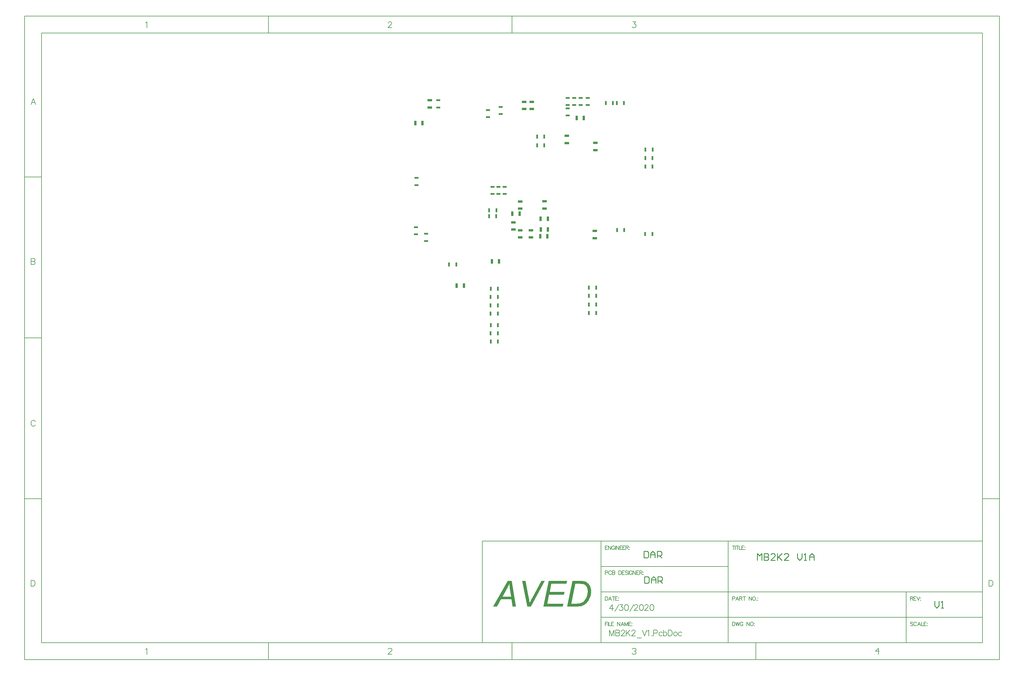
<source format=gbp>
G04*
G04 #@! TF.GenerationSoftware,Altium Limited,Altium Designer,20.0.14 (345)*
G04*
G04 Layer_Color=128*
%FSLAX44Y44*%
%MOMM*%
G71*
G01*
G75*
%ADD11C,0.2500*%
%ADD22C,0.1270*%
%ADD23C,0.1778*%
%ADD40R,0.7000X1.4000*%
%ADD41R,1.3000X0.6000*%
%ADD43R,1.4000X0.7000*%
%ADD44R,0.6000X1.3000*%
G36*
X410400Y-780000D02*
X399300D01*
X384600Y-703100D01*
X394500D01*
X403300Y-749000D01*
Y-749100D01*
X403400Y-749500D01*
X403500Y-750200D01*
X403700Y-751100D01*
X403900Y-752100D01*
X404100Y-753400D01*
X404400Y-754700D01*
X404700Y-756200D01*
X405200Y-759400D01*
X405800Y-762700D01*
X406200Y-766100D01*
X406400Y-767600D01*
X406600Y-769100D01*
X406700Y-769000D01*
X406800Y-768700D01*
X407100Y-768200D01*
X407400Y-767500D01*
X407800Y-766600D01*
X408300Y-765700D01*
X408800Y-764600D01*
X409400Y-763500D01*
X410600Y-761000D01*
X412000Y-758400D01*
X413300Y-755800D01*
X414500Y-753500D01*
X441900Y-703100D01*
X452400D01*
X410400Y-780000D01*
D02*
G37*
G36*
X561399Y-703200D02*
X563200Y-703300D01*
X565299Y-703400D01*
X567399Y-703600D01*
X569399Y-704000D01*
X571199Y-704400D01*
X571299D01*
X571499Y-704500D01*
X571799Y-704600D01*
X572299Y-704700D01*
X573399Y-705100D01*
X574899Y-705700D01*
X576599Y-706500D01*
X578399Y-707500D01*
X580199Y-708700D01*
X581899Y-710200D01*
X581999D01*
X582099Y-710400D01*
X582599Y-710900D01*
X583399Y-711800D01*
X584399Y-713000D01*
X585499Y-714500D01*
X586699Y-716300D01*
X587799Y-718300D01*
X588699Y-720600D01*
Y-720700D01*
X588799Y-720900D01*
X588899Y-721200D01*
X589099Y-721700D01*
X589199Y-722300D01*
X589399Y-723000D01*
X589599Y-723800D01*
X589899Y-724700D01*
X590299Y-726700D01*
X590599Y-729100D01*
X590899Y-731800D01*
X590999Y-734600D01*
Y-734700D01*
Y-735000D01*
Y-735500D01*
Y-736200D01*
X590899Y-737000D01*
Y-737900D01*
X590799Y-739000D01*
X590599Y-740200D01*
X590299Y-742800D01*
X589799Y-745600D01*
X589099Y-748600D01*
X588099Y-751500D01*
Y-751600D01*
X587999Y-751800D01*
X587799Y-752200D01*
X587599Y-752800D01*
X587299Y-753400D01*
X586999Y-754200D01*
X586099Y-756000D01*
X585099Y-758100D01*
X583799Y-760400D01*
X582399Y-762700D01*
X580799Y-764900D01*
Y-765000D01*
X580599Y-765200D01*
X580399Y-765500D01*
X579999Y-765900D01*
X579099Y-766900D01*
X577899Y-768200D01*
X576499Y-769700D01*
X574899Y-771200D01*
X573099Y-772700D01*
X571299Y-774000D01*
X571199D01*
X571099Y-774100D01*
X570799Y-774300D01*
X570399Y-774500D01*
X569399Y-775100D01*
X567999Y-775800D01*
X566300Y-776600D01*
X564300Y-777400D01*
X562099Y-778200D01*
X559599Y-778800D01*
X559399D01*
X559100Y-778900D01*
X558699Y-779000D01*
X558200Y-779100D01*
X557599Y-779200D01*
X556100Y-779400D01*
X554199Y-779600D01*
X552099Y-779800D01*
X549599Y-779900D01*
X546899Y-780000D01*
X519300D01*
X535299Y-703100D01*
X560600D01*
X561399Y-703200D01*
D02*
G37*
G36*
X517500Y-711800D02*
X471900D01*
X466900Y-735800D01*
X511600D01*
X509800Y-744500D01*
X465100D01*
X459500Y-771300D01*
X508100D01*
X506300Y-780000D01*
X447500D01*
X463600Y-703100D01*
X519300D01*
X517500Y-711800D01*
D02*
G37*
G36*
X365900Y-780000D02*
X355900D01*
X352200Y-757900D01*
X321100D01*
X308800Y-780000D01*
X297500D01*
X340900Y-703100D01*
X353200D01*
X365900Y-780000D01*
D02*
G37*
%LPC*%
G36*
X557399Y-711800D02*
X543699D01*
X531300Y-771300D01*
X545600D01*
X546399Y-771200D01*
X547399D01*
X548400Y-771100D01*
X550700Y-770900D01*
X553200Y-770700D01*
X555700Y-770300D01*
X558200Y-769800D01*
X558400D01*
X558899Y-769600D01*
X559599Y-769400D01*
X560499Y-769100D01*
X561600Y-768700D01*
X562700Y-768300D01*
X565000Y-767100D01*
X565200Y-767000D01*
X565600Y-766700D01*
X566300Y-766100D01*
X567199Y-765400D01*
X568299Y-764500D01*
X569399Y-763400D01*
X570599Y-762200D01*
X571799Y-760800D01*
Y-760700D01*
X571999Y-760600D01*
X572199Y-760300D01*
X572499Y-759900D01*
X573199Y-758800D01*
X574099Y-757400D01*
X575099Y-755700D01*
X576199Y-753700D01*
X577199Y-751500D01*
X578199Y-749100D01*
Y-749000D01*
X578299Y-748800D01*
X578399Y-748400D01*
X578599Y-747900D01*
X578799Y-747300D01*
X578999Y-746600D01*
X579199Y-745700D01*
X579399Y-744700D01*
X579799Y-742500D01*
X580199Y-740000D01*
X580499Y-737200D01*
X580599Y-734100D01*
Y-734000D01*
Y-733700D01*
Y-733200D01*
Y-732500D01*
X580499Y-731800D01*
X580399Y-730900D01*
X580199Y-728800D01*
X579799Y-726500D01*
X579199Y-724100D01*
X578399Y-721800D01*
X577899Y-720700D01*
X577299Y-719700D01*
Y-719600D01*
X577199Y-719500D01*
X576699Y-718900D01*
X575999Y-718000D01*
X574999Y-717000D01*
X573799Y-715900D01*
X572399Y-714800D01*
X570799Y-713800D01*
X568999Y-713100D01*
X568799Y-713000D01*
X568299Y-712900D01*
X567399Y-712700D01*
X566100Y-712400D01*
X564500Y-712200D01*
X562500Y-712000D01*
X560099Y-711900D01*
X557399Y-711800D01*
D02*
G37*
G36*
X345800Y-711500D02*
Y-711600D01*
X345700Y-711800D01*
X345500Y-712200D01*
X345300Y-712700D01*
X345000Y-713300D01*
X344700Y-714100D01*
X344300Y-715000D01*
X343900Y-716000D01*
X343400Y-717100D01*
X342800Y-718300D01*
X341500Y-720900D01*
X339900Y-723900D01*
X338100Y-727200D01*
X325500Y-750000D01*
X351000D01*
X348000Y-730700D01*
Y-730600D01*
X347900Y-730200D01*
X347800Y-729600D01*
X347700Y-728800D01*
X347600Y-727800D01*
X347400Y-726700D01*
X347200Y-725400D01*
X347100Y-724000D01*
X346700Y-721000D01*
X346300Y-717700D01*
X346000Y-714500D01*
X345800Y-711500D01*
D02*
G37*
%LPD*%
D11*
X1620069Y-763933D02*
Y-777262D01*
X1626734Y-783927D01*
X1633398Y-777262D01*
Y-763933D01*
X1640063Y-783927D02*
X1646727D01*
X1643395D01*
Y-763933D01*
X1640063Y-767266D01*
X751069Y-689933D02*
Y-709927D01*
X761066D01*
X764398Y-706595D01*
Y-693266D01*
X761066Y-689933D01*
X751069D01*
X771063Y-709927D02*
Y-696598D01*
X777727Y-689933D01*
X784392Y-696598D01*
Y-709927D01*
Y-699930D01*
X771063D01*
X791056Y-709927D02*
Y-689933D01*
X801053D01*
X804385Y-693266D01*
Y-699930D01*
X801053Y-703262D01*
X791056D01*
X797721D02*
X804385Y-709927D01*
X749069Y-613933D02*
Y-633927D01*
X759066D01*
X762398Y-630595D01*
Y-617266D01*
X759066Y-613933D01*
X749069D01*
X769063Y-633927D02*
Y-620598D01*
X775727Y-613933D01*
X782392Y-620598D01*
Y-633927D01*
Y-623930D01*
X769063D01*
X789056Y-633927D02*
Y-613933D01*
X799053D01*
X802385Y-617266D01*
Y-623930D01*
X799053Y-627262D01*
X789056D01*
X795721D02*
X802385Y-633927D01*
X1089069Y-640927D02*
Y-620933D01*
X1095733Y-627598D01*
X1102398Y-620933D01*
Y-640927D01*
X1109063Y-620933D02*
Y-640927D01*
X1119059D01*
X1122392Y-637595D01*
Y-634263D01*
X1119059Y-630930D01*
X1109063D01*
X1119059D01*
X1122392Y-627598D01*
Y-624266D01*
X1119059Y-620933D01*
X1109063D01*
X1142385Y-640927D02*
X1129056D01*
X1142385Y-627598D01*
Y-624266D01*
X1139053Y-620933D01*
X1132388D01*
X1129056Y-624266D01*
X1149050Y-620933D02*
Y-640927D01*
Y-634263D01*
X1162379Y-620933D01*
X1152382Y-630930D01*
X1162379Y-640927D01*
X1182372D02*
X1169043D01*
X1182372Y-627598D01*
Y-624266D01*
X1179040Y-620933D01*
X1172375D01*
X1169043Y-624266D01*
X1209030Y-620933D02*
Y-634263D01*
X1215695Y-640927D01*
X1222359Y-634263D01*
Y-620933D01*
X1229024Y-640927D02*
X1235688D01*
X1232356D01*
Y-620933D01*
X1229024Y-624266D01*
X1245685Y-640927D02*
Y-627598D01*
X1252350Y-620933D01*
X1259014Y-627598D01*
Y-640927D01*
Y-630930D01*
X1245685D01*
D22*
X1084129Y-939377D02*
Y-888577D01*
X1001579D02*
Y-736177D01*
X1534979Y-888577D02*
Y-736177D01*
X620579Y-888577D02*
Y-583777D01*
X1763579Y-888577D02*
Y-583777D01*
X1001579D02*
X1763579D01*
X1001579Y-736177D02*
Y-583777D01*
X620579D02*
X1001579D01*
X620579Y-736177D02*
X1763579D01*
X620579Y-812377D02*
X1763579D01*
X620579Y-888577D02*
X1763579D01*
X620579Y-659977D02*
X1001579D01*
X264979Y-583777D02*
X620579D01*
X264979Y-888577D02*
Y-583777D01*
Y-888577D02*
X620579D01*
X353879Y-939377D02*
Y-888577D01*
X-376371Y-939377D02*
Y-888577D01*
X-1106621Y-456777D02*
X-1055821D01*
X-1106621Y25823D02*
X-1055821D01*
X-1106621Y508423D02*
X-1055821D01*
X-1106621Y-939377D02*
Y991023D01*
X1763579Y-456777D02*
X1814379D01*
X353879Y940223D02*
Y991023D01*
X-376371Y940223D02*
Y991023D01*
X-1055821Y940223D02*
X1763579D01*
Y-888577D02*
Y940223D01*
X-1055821Y-888577D02*
X1763579D01*
X-1055821D02*
Y940223D01*
X-1106621Y991023D02*
X1814379D01*
Y-939377D02*
Y991023D01*
X-1106621Y-939377D02*
X1814379D01*
X1555297Y-827982D02*
X1554209Y-826894D01*
X1552576Y-826349D01*
X1550400D01*
X1548767Y-826894D01*
X1547679Y-827982D01*
Y-829070D01*
X1548223Y-830159D01*
X1548767Y-830703D01*
X1549856Y-831247D01*
X1553121Y-832335D01*
X1554209Y-832879D01*
X1554753Y-833424D01*
X1555297Y-834512D01*
Y-836144D01*
X1554209Y-837233D01*
X1552576Y-837777D01*
X1550400D01*
X1548767Y-837233D01*
X1547679Y-836144D01*
X1566017Y-829070D02*
X1565473Y-827982D01*
X1564385Y-826894D01*
X1563297Y-826349D01*
X1561120D01*
X1560032Y-826894D01*
X1558943Y-827982D01*
X1558399Y-829070D01*
X1557855Y-830703D01*
Y-833424D01*
X1558399Y-835056D01*
X1558943Y-836144D01*
X1560032Y-837233D01*
X1561120Y-837777D01*
X1563297D01*
X1564385Y-837233D01*
X1565473Y-836144D01*
X1566017Y-835056D01*
X1577935Y-837777D02*
X1573582Y-826349D01*
X1569228Y-837777D01*
X1570861Y-833968D02*
X1576302D01*
X1580601Y-826349D02*
Y-837777D01*
X1587131D01*
X1595457Y-826349D02*
X1588383D01*
Y-837777D01*
X1595457D01*
X1588383Y-831791D02*
X1592736D01*
X1597906Y-830159D02*
X1597362Y-830703D01*
X1597906Y-831247D01*
X1598450Y-830703D01*
X1597906Y-830159D01*
Y-836689D02*
X1597362Y-837233D01*
X1597906Y-837777D01*
X1598450Y-837233D01*
X1597906Y-836689D01*
X633279Y-826349D02*
Y-837777D01*
Y-826349D02*
X640353D01*
X633279Y-831791D02*
X637632D01*
X641659Y-826349D02*
Y-837777D01*
X644054Y-826349D02*
Y-837777D01*
X650584D01*
X658909Y-826349D02*
X651835D01*
Y-837777D01*
X658909D01*
X651835Y-831791D02*
X656189D01*
X669793Y-826349D02*
Y-837777D01*
Y-826349D02*
X677411Y-837777D01*
Y-826349D02*
Y-837777D01*
X689274D02*
X684921Y-826349D01*
X680567Y-837777D01*
X682200Y-833968D02*
X687642D01*
X691941Y-826349D02*
Y-837777D01*
Y-826349D02*
X696294Y-837777D01*
X700647Y-826349D02*
X696294Y-837777D01*
X700647Y-826349D02*
Y-837777D01*
X710986Y-826349D02*
X703912D01*
Y-837777D01*
X710986D01*
X703912Y-831791D02*
X708266D01*
X713435Y-830159D02*
X712891Y-830703D01*
X713435Y-831247D01*
X713979Y-830703D01*
X713435Y-830159D01*
Y-836689D02*
X712891Y-837233D01*
X713435Y-837777D01*
X713979Y-837233D01*
X713435Y-836689D01*
X633279Y-678665D02*
X638176D01*
X639809Y-678121D01*
X640353Y-677577D01*
X640897Y-676489D01*
Y-674856D01*
X640353Y-673768D01*
X639809Y-673224D01*
X638176Y-672680D01*
X633279D01*
Y-684107D01*
X651618Y-675400D02*
X651073Y-674312D01*
X649985Y-673224D01*
X648897Y-672680D01*
X646720D01*
X645632Y-673224D01*
X644543Y-674312D01*
X643999Y-675400D01*
X643455Y-677033D01*
Y-679754D01*
X643999Y-681386D01*
X644543Y-682475D01*
X645632Y-683563D01*
X646720Y-684107D01*
X648897D01*
X649985Y-683563D01*
X651073Y-682475D01*
X651618Y-681386D01*
X654828Y-672680D02*
Y-684107D01*
Y-672680D02*
X659726D01*
X661358Y-673224D01*
X661902Y-673768D01*
X662447Y-674856D01*
Y-675945D01*
X661902Y-677033D01*
X661358Y-677577D01*
X659726Y-678121D01*
X654828D02*
X659726D01*
X661358Y-678665D01*
X661902Y-679210D01*
X662447Y-680298D01*
Y-681930D01*
X661902Y-683019D01*
X661358Y-683563D01*
X659726Y-684107D01*
X654828D01*
X673983Y-672680D02*
Y-684107D01*
Y-672680D02*
X677792D01*
X679425Y-673224D01*
X680513Y-674312D01*
X681057Y-675400D01*
X681601Y-677033D01*
Y-679754D01*
X681057Y-681386D01*
X680513Y-682475D01*
X679425Y-683563D01*
X677792Y-684107D01*
X673983D01*
X691233Y-672680D02*
X684159D01*
Y-684107D01*
X691233D01*
X684159Y-678121D02*
X688512D01*
X700756Y-674312D02*
X699668Y-673224D01*
X698035Y-672680D01*
X695859D01*
X694226Y-673224D01*
X693138Y-674312D01*
Y-675400D01*
X693682Y-676489D01*
X694226Y-677033D01*
X695314Y-677577D01*
X698579Y-678665D01*
X699668Y-679210D01*
X700212Y-679754D01*
X700756Y-680842D01*
Y-682475D01*
X699668Y-683563D01*
X698035Y-684107D01*
X695859D01*
X694226Y-683563D01*
X693138Y-682475D01*
X703314Y-672680D02*
Y-684107D01*
X713870Y-675400D02*
X713326Y-674312D01*
X712238Y-673224D01*
X711150Y-672680D01*
X708973D01*
X707885Y-673224D01*
X706796Y-674312D01*
X706252Y-675400D01*
X705708Y-677033D01*
Y-679754D01*
X706252Y-681386D01*
X706796Y-682475D01*
X707885Y-683563D01*
X708973Y-684107D01*
X711150D01*
X712238Y-683563D01*
X713326Y-682475D01*
X713870Y-681386D01*
Y-679754D01*
X711150D02*
X713870D01*
X716482Y-672680D02*
Y-684107D01*
Y-672680D02*
X724101Y-684107D01*
Y-672680D02*
Y-684107D01*
X734331Y-672680D02*
X727257D01*
Y-684107D01*
X734331D01*
X727257Y-678121D02*
X731610D01*
X736236Y-672680D02*
Y-684107D01*
Y-672680D02*
X741133D01*
X742766Y-673224D01*
X743310Y-673768D01*
X743854Y-674856D01*
Y-675945D01*
X743310Y-677033D01*
X742766Y-677577D01*
X741133Y-678121D01*
X736236D01*
X740045D02*
X743854Y-684107D01*
X746956Y-676489D02*
X746412Y-677033D01*
X746956Y-677577D01*
X747500Y-677033D01*
X746956Y-676489D01*
Y-683019D02*
X746412Y-683563D01*
X746956Y-684107D01*
X747500Y-683563D01*
X746956Y-683019D01*
X1018088Y-597749D02*
Y-609177D01*
X1014279Y-597749D02*
X1021897D01*
X1023258D02*
Y-609177D01*
X1029461Y-597749D02*
Y-609177D01*
X1025652Y-597749D02*
X1033271D01*
X1034631D02*
Y-609177D01*
X1041161D01*
X1049487Y-597749D02*
X1042413D01*
Y-609177D01*
X1049487D01*
X1042413Y-603191D02*
X1046766D01*
X1051936Y-601559D02*
X1051391Y-602103D01*
X1051936Y-602647D01*
X1052480Y-602103D01*
X1051936Y-601559D01*
Y-608089D02*
X1051391Y-608633D01*
X1051936Y-609177D01*
X1052480Y-608633D01*
X1051936Y-608089D01*
X1014279Y-756135D02*
X1019176D01*
X1020809Y-755591D01*
X1021353Y-755047D01*
X1021897Y-753959D01*
Y-752326D01*
X1021353Y-751238D01*
X1020809Y-750694D01*
X1019176Y-750150D01*
X1014279D01*
Y-761577D01*
X1033162D02*
X1028808Y-750150D01*
X1024455Y-761577D01*
X1026087Y-757768D02*
X1031529D01*
X1035828Y-750150D02*
Y-761577D01*
Y-750150D02*
X1040726D01*
X1042358Y-750694D01*
X1042902Y-751238D01*
X1043447Y-752326D01*
Y-753415D01*
X1042902Y-754503D01*
X1042358Y-755047D01*
X1040726Y-755591D01*
X1035828D01*
X1039637D02*
X1043447Y-761577D01*
X1049813Y-750150D02*
Y-761577D01*
X1046004Y-750150D02*
X1053622D01*
X1063962D02*
Y-761577D01*
Y-750150D02*
X1071580Y-761577D01*
Y-750150D02*
Y-761577D01*
X1078001Y-750150D02*
X1076913Y-750694D01*
X1075825Y-751782D01*
X1075280Y-752870D01*
X1074736Y-754503D01*
Y-757224D01*
X1075280Y-758856D01*
X1075825Y-759945D01*
X1076913Y-761033D01*
X1078001Y-761577D01*
X1080178D01*
X1081266Y-761033D01*
X1082355Y-759945D01*
X1082899Y-758856D01*
X1083443Y-757224D01*
Y-754503D01*
X1082899Y-752870D01*
X1082355Y-751782D01*
X1081266Y-750694D01*
X1080178Y-750150D01*
X1078001D01*
X1086654Y-760489D02*
X1086109Y-761033D01*
X1086654Y-761577D01*
X1087198Y-761033D01*
X1086654Y-760489D01*
X1090245Y-753959D02*
X1089701Y-754503D01*
X1090245Y-755047D01*
X1090789Y-754503D01*
X1090245Y-753959D01*
Y-760489D02*
X1089701Y-761033D01*
X1090245Y-761577D01*
X1090789Y-761033D01*
X1090245Y-760489D01*
X640353Y-597749D02*
X633279D01*
Y-609177D01*
X640353D01*
X633279Y-603191D02*
X637632D01*
X642258Y-597749D02*
Y-609177D01*
Y-597749D02*
X649876Y-609177D01*
Y-597749D02*
Y-609177D01*
X661195Y-600470D02*
X660651Y-599382D01*
X659562Y-598294D01*
X658474Y-597749D01*
X656297D01*
X655209Y-598294D01*
X654121Y-599382D01*
X653577Y-600470D01*
X653032Y-602103D01*
Y-604824D01*
X653577Y-606456D01*
X654121Y-607545D01*
X655209Y-608633D01*
X656297Y-609177D01*
X658474D01*
X659562Y-608633D01*
X660651Y-607545D01*
X661195Y-606456D01*
Y-604824D01*
X658474D02*
X661195D01*
X663807Y-597749D02*
Y-609177D01*
X666201Y-597749D02*
Y-609177D01*
Y-597749D02*
X673820Y-609177D01*
Y-597749D02*
Y-609177D01*
X684050Y-597749D02*
X676976D01*
Y-609177D01*
X684050D01*
X676976Y-603191D02*
X681329D01*
X693029Y-597749D02*
X685955D01*
Y-609177D01*
X693029D01*
X685955Y-603191D02*
X690308D01*
X694933Y-597749D02*
Y-609177D01*
Y-597749D02*
X699831D01*
X701463Y-598294D01*
X702008Y-598838D01*
X702552Y-599926D01*
Y-601015D01*
X702008Y-602103D01*
X701463Y-602647D01*
X699831Y-603191D01*
X694933D01*
X698743D02*
X702552Y-609177D01*
X705654Y-601559D02*
X705109Y-602103D01*
X705654Y-602647D01*
X706198Y-602103D01*
X705654Y-601559D01*
Y-608089D02*
X705109Y-608633D01*
X705654Y-609177D01*
X706198Y-608633D01*
X705654Y-608089D01*
X1014279Y-826349D02*
Y-837777D01*
Y-826349D02*
X1018088D01*
X1019721Y-826894D01*
X1020809Y-827982D01*
X1021353Y-829070D01*
X1021897Y-830703D01*
Y-833424D01*
X1021353Y-835056D01*
X1020809Y-836144D01*
X1019721Y-837233D01*
X1018088Y-837777D01*
X1014279D01*
X1024455Y-826349D02*
X1027176Y-837777D01*
X1029897Y-826349D02*
X1027176Y-837777D01*
X1029897Y-826349D02*
X1032617Y-837777D01*
X1035338Y-826349D02*
X1032617Y-837777D01*
X1045786Y-829070D02*
X1045242Y-827982D01*
X1044154Y-826894D01*
X1043066Y-826349D01*
X1040889D01*
X1039800Y-826894D01*
X1038712Y-827982D01*
X1038168Y-829070D01*
X1037624Y-830703D01*
Y-833424D01*
X1038168Y-835056D01*
X1038712Y-836144D01*
X1039800Y-837233D01*
X1040889Y-837777D01*
X1043066D01*
X1044154Y-837233D01*
X1045242Y-836144D01*
X1045786Y-835056D01*
Y-833424D01*
X1043066D02*
X1045786D01*
X1057377Y-826349D02*
Y-837777D01*
Y-826349D02*
X1064996Y-837777D01*
Y-826349D02*
Y-837777D01*
X1071417Y-826349D02*
X1070328Y-826894D01*
X1069240Y-827982D01*
X1068696Y-829070D01*
X1068152Y-830703D01*
Y-833424D01*
X1068696Y-835056D01*
X1069240Y-836144D01*
X1070328Y-837233D01*
X1071417Y-837777D01*
X1073594D01*
X1074682Y-837233D01*
X1075770Y-836144D01*
X1076314Y-835056D01*
X1076859Y-833424D01*
Y-830703D01*
X1076314Y-829070D01*
X1075770Y-827982D01*
X1074682Y-826894D01*
X1073594Y-826349D01*
X1071417D01*
X1080069Y-830159D02*
X1079525Y-830703D01*
X1080069Y-831247D01*
X1080613Y-830703D01*
X1080069Y-830159D01*
Y-836689D02*
X1079525Y-837233D01*
X1080069Y-837777D01*
X1080613Y-837233D01*
X1080069Y-836689D01*
X1547679Y-750150D02*
Y-761577D01*
Y-750150D02*
X1552576D01*
X1554209Y-750694D01*
X1554753Y-751238D01*
X1555297Y-752326D01*
Y-753415D01*
X1554753Y-754503D01*
X1554209Y-755047D01*
X1552576Y-755591D01*
X1547679D01*
X1551488D02*
X1555297Y-761577D01*
X1564929Y-750150D02*
X1557855D01*
Y-761577D01*
X1564929D01*
X1557855Y-755591D02*
X1562208D01*
X1566834Y-750150D02*
X1571187Y-761577D01*
X1575540Y-750150D02*
X1571187Y-761577D01*
X1577554Y-753959D02*
X1577010Y-754503D01*
X1577554Y-755047D01*
X1578098Y-754503D01*
X1577554Y-753959D01*
Y-760489D02*
X1577010Y-761033D01*
X1577554Y-761577D01*
X1578098Y-761033D01*
X1577554Y-760489D01*
X633279Y-750150D02*
Y-761577D01*
Y-750150D02*
X637088D01*
X638721Y-750694D01*
X639809Y-751782D01*
X640353Y-752870D01*
X640897Y-754503D01*
Y-757224D01*
X640353Y-758856D01*
X639809Y-759945D01*
X638721Y-761033D01*
X637088Y-761577D01*
X633279D01*
X652162D02*
X647808Y-750150D01*
X643455Y-761577D01*
X645088Y-757768D02*
X650529D01*
X658637Y-750150D02*
Y-761577D01*
X654828Y-750150D02*
X662447D01*
X670881D02*
X663807D01*
Y-761577D01*
X670881D01*
X663807Y-755591D02*
X668160D01*
X673330Y-753959D02*
X672786Y-754503D01*
X673330Y-755047D01*
X673874Y-754503D01*
X673330Y-753959D01*
Y-760489D02*
X672786Y-761033D01*
X673330Y-761577D01*
X673874Y-761033D01*
X673330Y-760489D01*
D23*
X645979Y-850481D02*
Y-868257D01*
Y-850481D02*
X652751Y-868257D01*
X659523Y-850481D02*
X652751Y-868257D01*
X659523Y-850481D02*
Y-868257D01*
X664602Y-850481D02*
Y-868257D01*
Y-850481D02*
X672220D01*
X674760Y-851327D01*
X675606Y-852174D01*
X676452Y-853867D01*
Y-855560D01*
X675606Y-857253D01*
X674760Y-858099D01*
X672220Y-858946D01*
X664602D02*
X672220D01*
X674760Y-859792D01*
X675606Y-860639D01*
X676452Y-862332D01*
Y-864871D01*
X675606Y-866564D01*
X674760Y-867411D01*
X672220Y-868257D01*
X664602D01*
X681277Y-854713D02*
Y-853867D01*
X682124Y-852174D01*
X682970Y-851327D01*
X684663Y-850481D01*
X688049D01*
X689742Y-851327D01*
X690589Y-852174D01*
X691435Y-853867D01*
Y-855560D01*
X690589Y-857253D01*
X688896Y-859792D01*
X680431Y-868257D01*
X692282D01*
X696260Y-850481D02*
Y-868257D01*
X708111Y-850481D02*
X696260Y-862332D01*
X700493Y-858099D02*
X708111Y-868257D01*
X712936Y-854713D02*
Y-853867D01*
X713783Y-852174D01*
X714629Y-851327D01*
X716322Y-850481D01*
X719708D01*
X721401Y-851327D01*
X722247Y-852174D01*
X723094Y-853867D01*
Y-855560D01*
X722247Y-857253D01*
X720554Y-859792D01*
X712089Y-868257D01*
X723940D01*
X727919Y-874182D02*
X741463D01*
X743748Y-850481D02*
X750520Y-868257D01*
X757292Y-850481D02*
X750520Y-868257D01*
X759577Y-853867D02*
X761270Y-853020D01*
X763810Y-850481D01*
Y-868257D01*
X773460Y-866564D02*
X772613Y-867411D01*
X773460Y-868257D01*
X774306Y-867411D01*
X773460Y-866564D01*
X778200Y-859792D02*
X785818D01*
X788358Y-858946D01*
X789204Y-858099D01*
X790051Y-856406D01*
Y-853867D01*
X789204Y-852174D01*
X788358Y-851327D01*
X785818Y-850481D01*
X778200D01*
Y-868257D01*
X804187Y-858946D02*
X802494Y-857253D01*
X800801Y-856406D01*
X798262D01*
X796569Y-857253D01*
X794876Y-858946D01*
X794029Y-861485D01*
Y-863178D01*
X794876Y-865717D01*
X796569Y-867411D01*
X798262Y-868257D01*
X800801D01*
X802494Y-867411D01*
X804187Y-865717D01*
X807996Y-850481D02*
Y-868257D01*
Y-858946D02*
X809689Y-857253D01*
X811382Y-856406D01*
X813922D01*
X815615Y-857253D01*
X817308Y-858946D01*
X818154Y-861485D01*
Y-863178D01*
X817308Y-865717D01*
X815615Y-867411D01*
X813922Y-868257D01*
X811382D01*
X809689Y-867411D01*
X807996Y-865717D01*
X821963Y-850481D02*
Y-868257D01*
Y-850481D02*
X827889D01*
X830428Y-851327D01*
X832121Y-853020D01*
X832968Y-854713D01*
X833814Y-857253D01*
Y-861485D01*
X832968Y-864025D01*
X832121Y-865717D01*
X830428Y-867411D01*
X827889Y-868257D01*
X821963D01*
X842025Y-856406D02*
X840332Y-857253D01*
X838639Y-858946D01*
X837793Y-861485D01*
Y-863178D01*
X838639Y-865717D01*
X840332Y-867411D01*
X842025Y-868257D01*
X844565D01*
X846257Y-867411D01*
X847950Y-865717D01*
X848797Y-863178D01*
Y-861485D01*
X847950Y-858946D01*
X846257Y-857253D01*
X844565Y-856406D01*
X842025D01*
X862849Y-858946D02*
X861156Y-857253D01*
X859463Y-856406D01*
X856923D01*
X855230Y-857253D01*
X853537Y-858946D01*
X852691Y-861485D01*
Y-863178D01*
X853537Y-865717D01*
X855230Y-867411D01*
X856923Y-868257D01*
X859463D01*
X861156Y-867411D01*
X862849Y-865717D01*
X654444Y-774281D02*
X645979Y-786132D01*
X658676D01*
X654444Y-774281D02*
Y-792057D01*
X661808Y-794596D02*
X673659Y-774281D01*
X676537D02*
X685848D01*
X680770Y-781053D01*
X683309D01*
X685002Y-781899D01*
X685848Y-782746D01*
X686695Y-785285D01*
Y-786978D01*
X685848Y-789518D01*
X684156Y-791210D01*
X681616Y-792057D01*
X679077D01*
X676537Y-791210D01*
X675691Y-790364D01*
X674844Y-788671D01*
X695752Y-774281D02*
X693213Y-775127D01*
X691520Y-777667D01*
X690673Y-781899D01*
Y-784439D01*
X691520Y-788671D01*
X693213Y-791210D01*
X695752Y-792057D01*
X697445D01*
X699985Y-791210D01*
X701678Y-788671D01*
X702524Y-784439D01*
Y-781899D01*
X701678Y-777667D01*
X699985Y-775127D01*
X697445Y-774281D01*
X695752D01*
X706503Y-794596D02*
X718354Y-774281D01*
X720385Y-778513D02*
Y-777667D01*
X721232Y-775974D01*
X722078Y-775127D01*
X723771Y-774281D01*
X727157D01*
X728850Y-775127D01*
X729696Y-775974D01*
X730543Y-777667D01*
Y-779360D01*
X729696Y-781053D01*
X728003Y-783592D01*
X719539Y-792057D01*
X731389D01*
X740447Y-774281D02*
X737907Y-775127D01*
X736214Y-777667D01*
X735368Y-781899D01*
Y-784439D01*
X736214Y-788671D01*
X737907Y-791210D01*
X740447Y-792057D01*
X742140D01*
X744679Y-791210D01*
X746372Y-788671D01*
X747219Y-784439D01*
Y-781899D01*
X746372Y-777667D01*
X744679Y-775127D01*
X742140Y-774281D01*
X740447D01*
X752044Y-778513D02*
Y-777667D01*
X752890Y-775974D01*
X753737Y-775127D01*
X755430Y-774281D01*
X758816D01*
X760508Y-775127D01*
X761355Y-775974D01*
X762201Y-777667D01*
Y-779360D01*
X761355Y-781053D01*
X759662Y-783592D01*
X751197Y-792057D01*
X763048D01*
X772105Y-774281D02*
X769566Y-775127D01*
X767873Y-777667D01*
X767026Y-781899D01*
Y-784439D01*
X767873Y-788671D01*
X769566Y-791210D01*
X772105Y-792057D01*
X773798D01*
X776338Y-791210D01*
X778031Y-788671D01*
X778877Y-784439D01*
Y-781899D01*
X778031Y-777667D01*
X776338Y-775127D01*
X773798Y-774281D01*
X772105D01*
X1451664Y-922867D02*
Y-905093D01*
X1442777Y-913980D01*
X1454626D01*
X713797Y-908055D02*
X716759Y-905093D01*
X722684D01*
X725647Y-908055D01*
Y-911018D01*
X722684Y-913980D01*
X719722D01*
X722684D01*
X725647Y-916942D01*
Y-919905D01*
X722684Y-922867D01*
X716759D01*
X713797Y-919905D01*
X-5874Y-922867D02*
X-17723D01*
X-5874Y-911018D01*
Y-908055D01*
X-8836Y-905093D01*
X-14761D01*
X-17723Y-908055D01*
X-744163Y-908477D02*
X-742470Y-907630D01*
X-739930Y-905091D01*
Y-922867D01*
X715490Y974509D02*
X724801D01*
X719722Y967737D01*
X722262D01*
X723955Y966891D01*
X724801Y966044D01*
X725648Y963505D01*
Y961812D01*
X724801Y959273D01*
X723108Y957579D01*
X720569Y956733D01*
X718029D01*
X715490Y957579D01*
X714643Y958426D01*
X713797Y960119D01*
X-16876Y970277D02*
Y971123D01*
X-16030Y972816D01*
X-15184Y973663D01*
X-13491Y974509D01*
X-10105D01*
X-8412Y973663D01*
X-7565Y972816D01*
X-6719Y971123D01*
Y969430D01*
X-7565Y967737D01*
X-9258Y965198D01*
X-17723Y956733D01*
X-5872D01*
X-744163Y971123D02*
X-742470Y971970D01*
X-739930Y974509D01*
Y956733D01*
X-1087571Y-701383D02*
Y-719159D01*
Y-701383D02*
X-1081646D01*
X-1079106Y-702229D01*
X-1077413Y-703922D01*
X-1076567Y-705615D01*
X-1075720Y-708155D01*
Y-712387D01*
X-1076567Y-714927D01*
X-1077413Y-716619D01*
X-1079106Y-718313D01*
X-1081646Y-719159D01*
X-1087571D01*
X-1074874Y-225555D02*
X-1075720Y-223862D01*
X-1077413Y-222169D01*
X-1079106Y-221323D01*
X-1082492D01*
X-1084185Y-222169D01*
X-1085878Y-223862D01*
X-1086724Y-225555D01*
X-1087571Y-228095D01*
Y-232327D01*
X-1086724Y-234867D01*
X-1085878Y-236560D01*
X-1084185Y-238253D01*
X-1082492Y-239099D01*
X-1079106D01*
X-1077413Y-238253D01*
X-1075720Y-236560D01*
X-1074874Y-234867D01*
X-1087571Y263817D02*
Y246041D01*
Y263817D02*
X-1079953D01*
X-1077413Y262971D01*
X-1076567Y262124D01*
X-1075720Y260431D01*
Y258738D01*
X-1076567Y257045D01*
X-1077413Y256199D01*
X-1079953Y255352D01*
X-1087571D02*
X-1079953D01*
X-1077413Y254506D01*
X-1076567Y253659D01*
X-1075720Y251966D01*
Y249427D01*
X-1076567Y247734D01*
X-1077413Y246887D01*
X-1079953Y246041D01*
X-1087571D01*
X-1074027Y726609D02*
X-1080799Y744385D01*
X-1087571Y726609D01*
X-1085032Y732534D02*
X-1076567D01*
X1782629Y-701383D02*
Y-719159D01*
Y-701383D02*
X1788554D01*
X1791094Y-702229D01*
X1792787Y-703922D01*
X1793633Y-705615D01*
X1794480Y-708155D01*
Y-712387D01*
X1793633Y-714927D01*
X1792787Y-716619D01*
X1791094Y-718313D01*
X1788554Y-719159D01*
X1782629D01*
D40*
X64250Y670000D02*
D03*
X85750D02*
D03*
X188250Y182250D02*
D03*
X209750D02*
D03*
X315000Y255750D02*
D03*
X293500D02*
D03*
X460000Y330750D02*
D03*
X438500D02*
D03*
X440000Y351000D02*
D03*
X461500D02*
D03*
X376500Y398500D02*
D03*
X355000D02*
D03*
X439750Y383000D02*
D03*
X461250D02*
D03*
X569250Y685750D02*
D03*
X547750D02*
D03*
D41*
X540000Y746000D02*
D03*
Y724500D02*
D03*
X559500Y746000D02*
D03*
Y724500D02*
D03*
X580500Y746000D02*
D03*
Y724500D02*
D03*
X520750Y746000D02*
D03*
Y724500D02*
D03*
X133250Y717000D02*
D03*
Y738500D02*
D03*
X320000Y697250D02*
D03*
Y718750D02*
D03*
X281500Y687750D02*
D03*
Y709250D02*
D03*
X295500Y479250D02*
D03*
Y457750D02*
D03*
X67250Y505750D02*
D03*
Y484250D02*
D03*
X313500Y479250D02*
D03*
Y457750D02*
D03*
X66250Y358000D02*
D03*
Y336500D02*
D03*
X331750Y479250D02*
D03*
Y457750D02*
D03*
X520500Y714250D02*
D03*
Y692750D02*
D03*
X96250Y316750D02*
D03*
Y338250D02*
D03*
D43*
X107250Y738500D02*
D03*
Y717000D02*
D03*
X413250Y712250D02*
D03*
Y733750D02*
D03*
X390500Y712250D02*
D03*
Y733750D02*
D03*
X601750Y325250D02*
D03*
Y346750D02*
D03*
X603750Y589250D02*
D03*
Y610750D02*
D03*
X518500Y632000D02*
D03*
Y610500D02*
D03*
X358000Y372500D02*
D03*
Y351000D02*
D03*
X378500Y348750D02*
D03*
Y327250D02*
D03*
X451000Y414000D02*
D03*
Y435500D02*
D03*
X378500Y413500D02*
D03*
Y435000D02*
D03*
X410250Y348500D02*
D03*
Y327000D02*
D03*
D44*
X306750Y391250D02*
D03*
X285250D02*
D03*
X668000Y730250D02*
D03*
X689500D02*
D03*
X753000Y337250D02*
D03*
X774500D02*
D03*
X753500Y539500D02*
D03*
X775000D02*
D03*
X753500Y565000D02*
D03*
X775000D02*
D03*
X753750Y590500D02*
D03*
X775250D02*
D03*
X186750Y246500D02*
D03*
X165250D02*
D03*
X311500Y173250D02*
D03*
X290000D02*
D03*
X311250Y148750D02*
D03*
X289750D02*
D03*
X605750Y151750D02*
D03*
X584250D02*
D03*
X605750Y126000D02*
D03*
X584250D02*
D03*
X605750Y177000D02*
D03*
X584250D02*
D03*
Y100750D02*
D03*
X605750D02*
D03*
X429250Y603750D02*
D03*
X450750D02*
D03*
X429250Y629250D02*
D03*
X450750D02*
D03*
X311250Y123750D02*
D03*
X289750D02*
D03*
X311250Y98500D02*
D03*
X289750D02*
D03*
X634750Y730250D02*
D03*
X656250D02*
D03*
X690250Y349250D02*
D03*
X668750D02*
D03*
X311500Y64500D02*
D03*
X290000D02*
D03*
X311250Y39750D02*
D03*
X289750D02*
D03*
X311500Y14750D02*
D03*
X290000D02*
D03*
X307000Y409000D02*
D03*
X285500D02*
D03*
M02*

</source>
